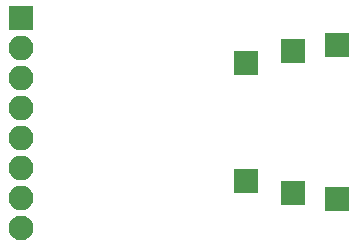
<source format=gbr>
G04 #@! TF.FileFunction,Soldermask,Top*
%FSLAX46Y46*%
G04 Gerber Fmt 4.6, Leading zero omitted, Abs format (unit mm)*
G04 Created by KiCad (PCBNEW 4.0.7) date 05/04/18 14:25:58*
%MOMM*%
%LPD*%
G01*
G04 APERTURE LIST*
%ADD10C,0.150000*%
%ADD11C,2.100000*%
%ADD12O,2.100000X2.100000*%
%ADD13R,2.100000X2.100000*%
G04 APERTURE END LIST*
D10*
D11*
X123952000Y-124460000D03*
D12*
X123952000Y-121920000D03*
X123952000Y-119380000D03*
X123952000Y-116840000D03*
X123952000Y-114300000D03*
X123952000Y-111760000D03*
X123952000Y-109220000D03*
D13*
X123952000Y-106680000D03*
X143000000Y-110500000D03*
X143000000Y-120500000D03*
X150750000Y-122000000D03*
X150750000Y-109000000D03*
X147000000Y-121500000D03*
X147000000Y-109500000D03*
M02*

</source>
